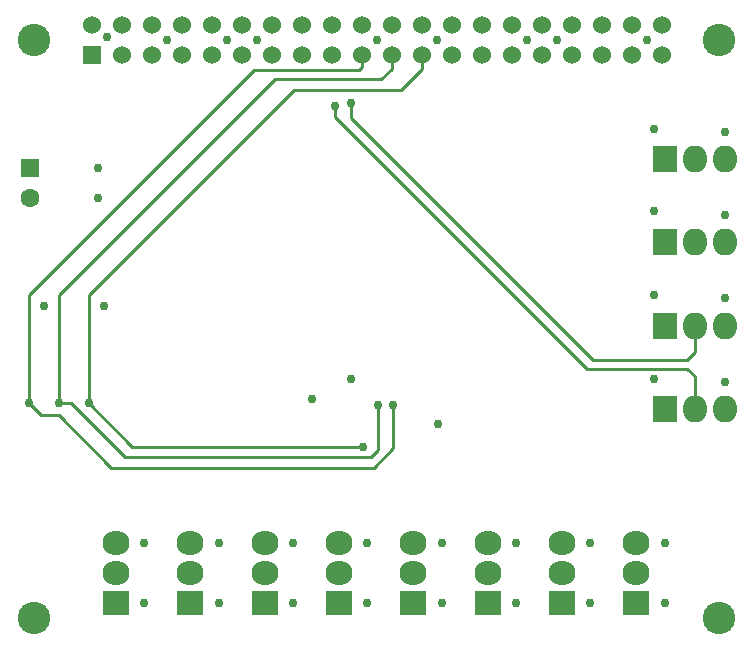
<source format=gbl>
G04 Layer_Physical_Order=4*
G04 Layer_Color=11436288*
%FSAX24Y24*%
%MOIN*%
G70*
G01*
G75*
%ADD14C,0.0100*%
%ADD15R,0.0900X0.0800*%
%ADD16O,0.0900X0.0800*%
%ADD17C,0.1083*%
%ADD18C,0.0630*%
%ADD19R,0.0630X0.0630*%
%ADD20R,0.0800X0.0900*%
%ADD21O,0.0800X0.0900*%
%ADD22R,0.0600X0.0600*%
%ADD23C,0.0600*%
%ADD24C,0.0300*%
D14*
X040750Y029983D02*
Y029983D01*
X040750Y029982D02*
X040750Y029983D01*
X040750Y029100D02*
Y029982D01*
X040500Y028550D02*
X040750Y028300D01*
Y027200D02*
Y028300D01*
X040500Y028850D02*
X040750Y029100D01*
X037350Y028850D02*
X040500D01*
X029300Y036900D02*
X037350Y028850D01*
X037150Y028550D02*
X040500D01*
X028750Y036950D02*
X037150Y028550D01*
X029300Y036900D02*
Y037400D01*
X028750Y036950D02*
Y037300D01*
X030050Y025250D02*
X030700Y025900D01*
X021300Y025250D02*
X030050D01*
X019550Y027000D02*
X021300Y025250D01*
X018550Y027400D02*
X018950Y027000D01*
X019550D01*
X030700Y025900D02*
Y027350D01*
X030200Y025850D02*
Y027350D01*
X029950Y025600D02*
X030200Y025850D01*
X021750Y025600D02*
X029950D01*
X019950Y027400D02*
X021750Y025600D01*
X019550Y027400D02*
X019950D01*
X022000Y025950D02*
X029700D01*
X020550Y027400D02*
X022000Y025950D01*
X026050Y038500D02*
X029550D01*
X018550Y031000D02*
X026050Y038500D01*
X018550Y027400D02*
Y031000D01*
X027400Y037850D02*
X030950D01*
X020550Y031000D02*
X027400Y037850D01*
X020550Y027400D02*
Y031000D01*
X019550Y027400D02*
Y031000D01*
X026750Y038200D01*
X031645Y038545D02*
Y039019D01*
X030950Y037850D02*
X031645Y038545D01*
X030645D02*
Y039019D01*
X030300Y038200D02*
X030645Y038545D01*
X026750Y038200D02*
X030300D01*
X029645Y038595D02*
Y039019D01*
X029550Y038500D02*
X029645Y038595D01*
D15*
X021450Y020750D02*
D03*
X023929D02*
D03*
X031364D02*
D03*
X033843D02*
D03*
X036321D02*
D03*
X026407D02*
D03*
X038800D02*
D03*
X028886D02*
D03*
D16*
X021450Y021750D02*
D03*
Y022750D02*
D03*
X023929Y021750D02*
D03*
Y022750D02*
D03*
X031364Y021750D02*
D03*
Y022750D02*
D03*
X033843Y021750D02*
D03*
Y022750D02*
D03*
X036321Y021750D02*
D03*
Y022750D02*
D03*
X026407Y021750D02*
D03*
Y022750D02*
D03*
X038800Y021750D02*
D03*
Y022750D02*
D03*
X028886Y021750D02*
D03*
Y022750D02*
D03*
D17*
X041563Y020228D02*
D03*
X018728D02*
D03*
X041563Y039519D02*
D03*
X018728D02*
D03*
D18*
X018582Y034250D02*
D03*
D19*
Y035250D02*
D03*
D20*
X039750Y035550D02*
D03*
Y032767D02*
D03*
X039750Y029983D02*
D03*
Y027200D02*
D03*
D21*
X040750Y035550D02*
D03*
X041750D02*
D03*
X040750Y032767D02*
D03*
X041750D02*
D03*
X040750Y029983D02*
D03*
X041750D02*
D03*
X040750Y027200D02*
D03*
X041750D02*
D03*
D22*
X020645Y039019D02*
D03*
D23*
Y040019D02*
D03*
X021645Y039019D02*
D03*
Y040019D02*
D03*
X022645Y039019D02*
D03*
Y040019D02*
D03*
X023645Y039019D02*
D03*
Y040019D02*
D03*
X024645Y039019D02*
D03*
Y040019D02*
D03*
X025645Y039019D02*
D03*
Y040019D02*
D03*
X026645Y039019D02*
D03*
Y040019D02*
D03*
X027645Y039019D02*
D03*
Y040019D02*
D03*
X028645Y039019D02*
D03*
Y040019D02*
D03*
X029645Y039019D02*
D03*
Y040019D02*
D03*
X030645Y039019D02*
D03*
Y040019D02*
D03*
X031645Y039019D02*
D03*
Y040019D02*
D03*
X032645Y039019D02*
D03*
Y040019D02*
D03*
X033645Y039019D02*
D03*
Y040019D02*
D03*
X034645Y039019D02*
D03*
Y040019D02*
D03*
X035645Y039019D02*
D03*
Y040019D02*
D03*
X036645Y039019D02*
D03*
Y040019D02*
D03*
X037645Y039019D02*
D03*
Y040019D02*
D03*
X038645Y039019D02*
D03*
Y040019D02*
D03*
X039645Y039019D02*
D03*
Y040019D02*
D03*
D24*
X028000Y027550D02*
D03*
X029836Y020750D02*
D03*
X041750Y028100D02*
D03*
X039400Y028200D02*
D03*
X041750Y030900D02*
D03*
X039400Y031000D02*
D03*
X029300Y037400D02*
D03*
X028750Y037300D02*
D03*
X029700Y025950D02*
D03*
X030200Y027350D02*
D03*
X030700D02*
D03*
X020550Y027400D02*
D03*
X019550D02*
D03*
X018550D02*
D03*
X041750Y036450D02*
D03*
Y033667D02*
D03*
X022400Y022750D02*
D03*
X024879D02*
D03*
X027357D02*
D03*
X029836D02*
D03*
X022400Y020750D02*
D03*
X024879D02*
D03*
X027357D02*
D03*
X032314D02*
D03*
X034793D02*
D03*
X032314Y022750D02*
D03*
X034793D02*
D03*
X037250D02*
D03*
Y020750D02*
D03*
X039750D02*
D03*
X039750Y022750D02*
D03*
X021050Y030650D02*
D03*
X020850Y034250D02*
D03*
Y035250D02*
D03*
X032200Y026700D02*
D03*
X025150Y039500D02*
D03*
X039150D02*
D03*
X036150D02*
D03*
X035150D02*
D03*
X032150D02*
D03*
X030150D02*
D03*
X026150D02*
D03*
X023150D02*
D03*
X029300Y028200D02*
D03*
X039400Y036550D02*
D03*
Y033800D02*
D03*
X021150Y039600D02*
D03*
X019050Y030650D02*
D03*
M02*

</source>
